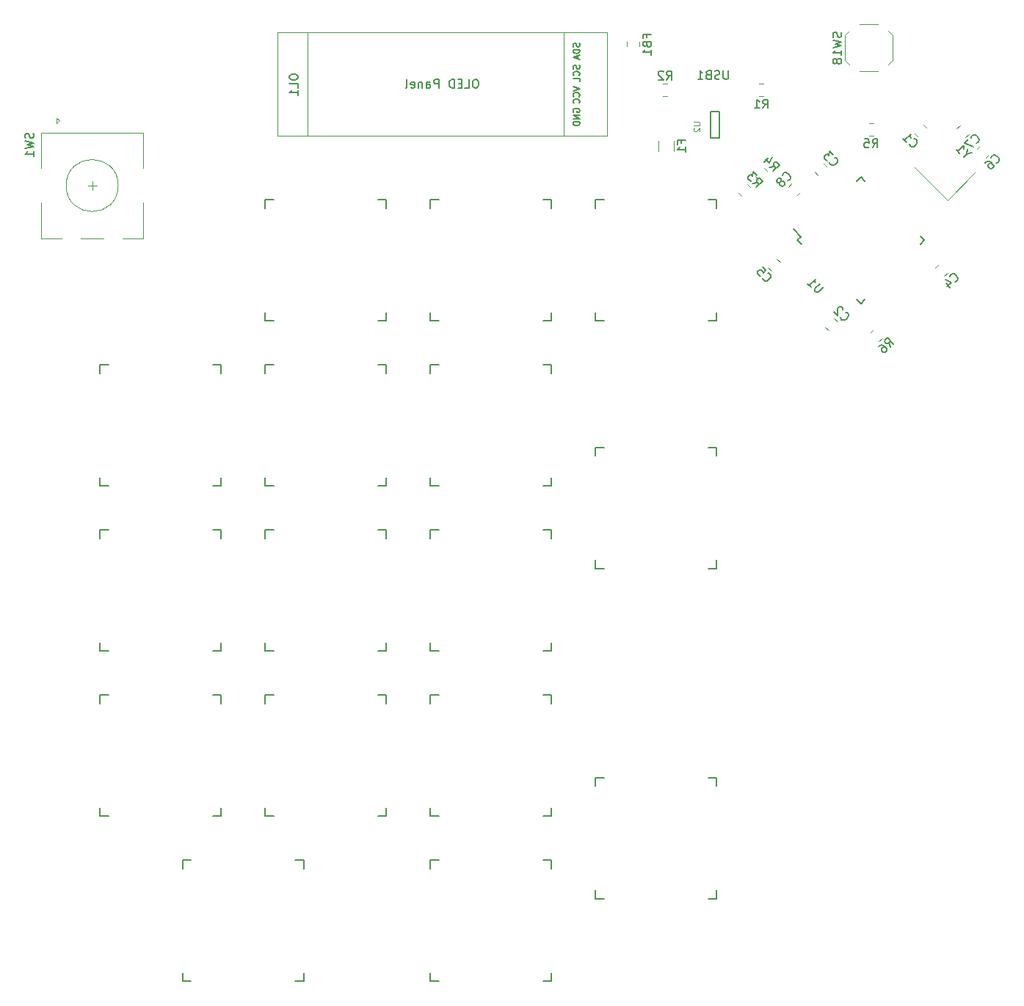
<source format=gbr>
G04 #@! TF.GenerationSoftware,KiCad,Pcbnew,(5.1.5)-3*
G04 #@! TF.CreationDate,2021-05-08T00:02:10-05:00*
G04 #@! TF.ProjectId,MacroPad,4d616372-6f50-4616-942e-6b696361645f,rev?*
G04 #@! TF.SameCoordinates,Original*
G04 #@! TF.FileFunction,Legend,Bot*
G04 #@! TF.FilePolarity,Positive*
%FSLAX46Y46*%
G04 Gerber Fmt 4.6, Leading zero omitted, Abs format (unit mm)*
G04 Created by KiCad (PCBNEW (5.1.5)-3) date 2021-05-08 00:02:10*
%MOMM*%
%LPD*%
G04 APERTURE LIST*
%ADD10C,0.120000*%
%ADD11C,0.150000*%
%ADD12C,0.040000*%
%ADD13C,0.100000*%
G04 APERTURE END LIST*
D10*
X116511000Y-52331252D02*
X116511000Y-51808748D01*
X117931000Y-52331252D02*
X117931000Y-51808748D01*
D11*
X112856250Y-136668750D02*
X112856250Y-137668750D01*
X113856250Y-150668750D02*
X112856250Y-150668750D01*
X112856250Y-136668750D02*
X113856250Y-136668750D01*
X112856250Y-149668750D02*
X112856250Y-150668750D01*
X126856250Y-150668750D02*
X126856250Y-149668750D01*
X125856250Y-136668750D02*
X126856250Y-136668750D01*
X126856250Y-150668750D02*
X125856250Y-150668750D01*
X126856250Y-137668750D02*
X126856250Y-136668750D01*
X112856250Y-98568750D02*
X112856250Y-99568750D01*
X113856250Y-112568750D02*
X112856250Y-112568750D01*
X112856250Y-98568750D02*
X113856250Y-98568750D01*
X112856250Y-111568750D02*
X112856250Y-112568750D01*
X126856250Y-112568750D02*
X126856250Y-111568750D01*
X125856250Y-98568750D02*
X126856250Y-98568750D01*
X126856250Y-112568750D02*
X125856250Y-112568750D01*
X126856250Y-99568750D02*
X126856250Y-98568750D01*
X112856250Y-69993750D02*
X112856250Y-70993750D01*
X113856250Y-83993750D02*
X112856250Y-83993750D01*
X112856250Y-69993750D02*
X113856250Y-69993750D01*
X112856250Y-82993750D02*
X112856250Y-83993750D01*
X126856250Y-83993750D02*
X126856250Y-82993750D01*
X125856250Y-69993750D02*
X126856250Y-69993750D01*
X126856250Y-83993750D02*
X125856250Y-83993750D01*
X126856250Y-70993750D02*
X126856250Y-69993750D01*
X93806250Y-146193750D02*
X93806250Y-147193750D01*
X94806250Y-160193750D02*
X93806250Y-160193750D01*
X93806250Y-146193750D02*
X94806250Y-146193750D01*
X93806250Y-159193750D02*
X93806250Y-160193750D01*
X107806250Y-160193750D02*
X107806250Y-159193750D01*
X106806250Y-146193750D02*
X107806250Y-146193750D01*
X107806250Y-160193750D02*
X106806250Y-160193750D01*
X107806250Y-147193750D02*
X107806250Y-146193750D01*
X93806250Y-127143750D02*
X93806250Y-128143750D01*
X94806250Y-141143750D02*
X93806250Y-141143750D01*
X93806250Y-127143750D02*
X94806250Y-127143750D01*
X93806250Y-140143750D02*
X93806250Y-141143750D01*
X107806250Y-141143750D02*
X107806250Y-140143750D01*
X106806250Y-127143750D02*
X107806250Y-127143750D01*
X107806250Y-141143750D02*
X106806250Y-141143750D01*
X107806250Y-128143750D02*
X107806250Y-127143750D01*
X93806250Y-108093750D02*
X93806250Y-109093750D01*
X94806250Y-122093750D02*
X93806250Y-122093750D01*
X93806250Y-108093750D02*
X94806250Y-108093750D01*
X93806250Y-121093750D02*
X93806250Y-122093750D01*
X107806250Y-122093750D02*
X107806250Y-121093750D01*
X106806250Y-108093750D02*
X107806250Y-108093750D01*
X107806250Y-122093750D02*
X106806250Y-122093750D01*
X107806250Y-109093750D02*
X107806250Y-108093750D01*
X93806250Y-89043750D02*
X93806250Y-90043750D01*
X94806250Y-103043750D02*
X93806250Y-103043750D01*
X93806250Y-89043750D02*
X94806250Y-89043750D01*
X93806250Y-102043750D02*
X93806250Y-103043750D01*
X107806250Y-103043750D02*
X107806250Y-102043750D01*
X106806250Y-89043750D02*
X107806250Y-89043750D01*
X107806250Y-103043750D02*
X106806250Y-103043750D01*
X107806250Y-90043750D02*
X107806250Y-89043750D01*
X93806250Y-69993750D02*
X93806250Y-70993750D01*
X94806250Y-83993750D02*
X93806250Y-83993750D01*
X93806250Y-69993750D02*
X94806250Y-69993750D01*
X93806250Y-82993750D02*
X93806250Y-83993750D01*
X107806250Y-83993750D02*
X107806250Y-82993750D01*
X106806250Y-69993750D02*
X107806250Y-69993750D01*
X107806250Y-83993750D02*
X106806250Y-83993750D01*
X107806250Y-70993750D02*
X107806250Y-69993750D01*
X74756250Y-127143750D02*
X74756250Y-128143750D01*
X75756250Y-141143750D02*
X74756250Y-141143750D01*
X74756250Y-127143750D02*
X75756250Y-127143750D01*
X74756250Y-140143750D02*
X74756250Y-141143750D01*
X88756250Y-141143750D02*
X88756250Y-140143750D01*
X87756250Y-127143750D02*
X88756250Y-127143750D01*
X88756250Y-141143750D02*
X87756250Y-141143750D01*
X88756250Y-128143750D02*
X88756250Y-127143750D01*
X74756250Y-108093750D02*
X74756250Y-109093750D01*
X75756250Y-122093750D02*
X74756250Y-122093750D01*
X74756250Y-108093750D02*
X75756250Y-108093750D01*
X74756250Y-121093750D02*
X74756250Y-122093750D01*
X88756250Y-122093750D02*
X88756250Y-121093750D01*
X87756250Y-108093750D02*
X88756250Y-108093750D01*
X88756250Y-122093750D02*
X87756250Y-122093750D01*
X88756250Y-109093750D02*
X88756250Y-108093750D01*
X74756250Y-89043750D02*
X74756250Y-90043750D01*
X75756250Y-103043750D02*
X74756250Y-103043750D01*
X74756250Y-89043750D02*
X75756250Y-89043750D01*
X74756250Y-102043750D02*
X74756250Y-103043750D01*
X88756250Y-103043750D02*
X88756250Y-102043750D01*
X87756250Y-89043750D02*
X88756250Y-89043750D01*
X88756250Y-103043750D02*
X87756250Y-103043750D01*
X88756250Y-90043750D02*
X88756250Y-89043750D01*
X74756250Y-69993750D02*
X74756250Y-70993750D01*
X75756250Y-83993750D02*
X74756250Y-83993750D01*
X74756250Y-69993750D02*
X75756250Y-69993750D01*
X74756250Y-82993750D02*
X74756250Y-83993750D01*
X88756250Y-83993750D02*
X88756250Y-82993750D01*
X87756250Y-69993750D02*
X88756250Y-69993750D01*
X88756250Y-83993750D02*
X87756250Y-83993750D01*
X88756250Y-70993750D02*
X88756250Y-69993750D01*
X65231250Y-146193750D02*
X65231250Y-147193750D01*
X66231250Y-160193750D02*
X65231250Y-160193750D01*
X65231250Y-146193750D02*
X66231250Y-146193750D01*
X65231250Y-159193750D02*
X65231250Y-160193750D01*
X79231250Y-160193750D02*
X79231250Y-159193750D01*
X78231250Y-146193750D02*
X79231250Y-146193750D01*
X79231250Y-160193750D02*
X78231250Y-160193750D01*
X79231250Y-147193750D02*
X79231250Y-146193750D01*
X55706250Y-127143750D02*
X55706250Y-128143750D01*
X56706250Y-141143750D02*
X55706250Y-141143750D01*
X55706250Y-127143750D02*
X56706250Y-127143750D01*
X55706250Y-140143750D02*
X55706250Y-141143750D01*
X69706250Y-141143750D02*
X69706250Y-140143750D01*
X68706250Y-127143750D02*
X69706250Y-127143750D01*
X69706250Y-141143750D02*
X68706250Y-141143750D01*
X69706250Y-128143750D02*
X69706250Y-127143750D01*
X55706250Y-108093750D02*
X55706250Y-109093750D01*
X56706250Y-122093750D02*
X55706250Y-122093750D01*
X55706250Y-108093750D02*
X56706250Y-108093750D01*
X55706250Y-121093750D02*
X55706250Y-122093750D01*
X69706250Y-122093750D02*
X69706250Y-121093750D01*
X68706250Y-108093750D02*
X69706250Y-108093750D01*
X69706250Y-122093750D02*
X68706250Y-122093750D01*
X69706250Y-109093750D02*
X69706250Y-108093750D01*
X55706250Y-89043750D02*
X55706250Y-90043750D01*
X56706250Y-103043750D02*
X55706250Y-103043750D01*
X55706250Y-89043750D02*
X56706250Y-89043750D01*
X55706250Y-102043750D02*
X55706250Y-103043750D01*
X69706250Y-103043750D02*
X69706250Y-102043750D01*
X68706250Y-89043750D02*
X69706250Y-89043750D01*
X69706250Y-103043750D02*
X68706250Y-103043750D01*
X69706250Y-90043750D02*
X69706250Y-89043750D01*
D10*
X153463981Y-70055663D02*
X149645604Y-66237286D01*
X156645962Y-66873682D02*
X153463981Y-70055663D01*
D11*
X126111000Y-59785250D02*
X126111000Y-62785250D01*
X127127000Y-59785250D02*
X127127000Y-62785250D01*
X126111000Y-62833250D02*
X127127000Y-62833250D01*
X126111000Y-59785250D02*
X127127000Y-59785250D01*
X136169928Y-74669250D02*
X136576514Y-74262664D01*
X143488483Y-81987805D02*
X143965780Y-81510508D01*
X150807038Y-74669250D02*
X150329741Y-75146547D01*
X143488483Y-67350695D02*
X143011186Y-67827992D01*
X136169928Y-74669250D02*
X136647225Y-75146547D01*
X143488483Y-67350695D02*
X143965780Y-67827992D01*
X150807038Y-74669250D02*
X150329741Y-74191953D01*
X143488483Y-81987805D02*
X143011186Y-81510508D01*
X136576514Y-74262664D02*
X135674953Y-73361102D01*
D10*
X147119000Y-53932750D02*
X146629000Y-54422750D01*
X147119000Y-51032750D02*
X147119000Y-53932750D01*
X147119000Y-51032750D02*
X146629000Y-50542750D01*
X141679000Y-51032750D02*
X141679000Y-53932750D01*
X141679000Y-51032750D02*
X142169000Y-50542750D01*
X145439000Y-55202750D02*
X143359000Y-55202750D01*
X141679000Y-53932750D02*
X142169000Y-54422750D01*
X145439000Y-49762750D02*
X143359000Y-49762750D01*
X57824000Y-68364750D02*
G75*
G03X57824000Y-68364750I-3000000J0D01*
G01*
X48924000Y-70364750D02*
X48924000Y-74464750D01*
X60724000Y-74464750D02*
X60724000Y-70364750D01*
X60724000Y-66364750D02*
X60724000Y-62264750D01*
X48924000Y-66364750D02*
X48924000Y-62264750D01*
X48924000Y-62264750D02*
X60724000Y-62264750D01*
X51024000Y-60864750D02*
X50724000Y-60564750D01*
X50724000Y-60564750D02*
X50724000Y-61164750D01*
X50724000Y-61164750D02*
X51024000Y-60864750D01*
X48924000Y-74464750D02*
X51324000Y-74464750D01*
X53524000Y-74464750D02*
X56124000Y-74464750D01*
X58324000Y-74464750D02*
X60724000Y-74464750D01*
X54324000Y-68364750D02*
X55324000Y-68364750D01*
X54824000Y-67864750D02*
X54824000Y-68864750D01*
X144564005Y-85349653D02*
X144933471Y-84980187D01*
X145568097Y-86353745D02*
X145937563Y-85984279D01*
X144391748Y-61170750D02*
X144914252Y-61170750D01*
X144391748Y-62590750D02*
X144914252Y-62590750D01*
X131672903Y-67684745D02*
X131303437Y-67315279D01*
X132676995Y-66680653D02*
X132307529Y-66311187D01*
X129730687Y-69552529D02*
X129361221Y-69183063D01*
X130734779Y-68548437D02*
X130365313Y-68178971D01*
X121165252Y-58050500D02*
X120642748Y-58050500D01*
X121165252Y-56630500D02*
X120642748Y-56630500D01*
X131755248Y-56630500D02*
X132277752Y-56630500D01*
X131755248Y-58050500D02*
X132277752Y-58050500D01*
D12*
X114200000Y-50642750D02*
X114200000Y-62642750D01*
X76200000Y-50642750D02*
X114200000Y-50642750D01*
X76200000Y-62642750D02*
X76200000Y-50642750D01*
X114200000Y-62642750D02*
X76200000Y-62642750D01*
X109200000Y-62642750D02*
X109200000Y-50642750D01*
X79700000Y-62642750D02*
X79700000Y-50642750D01*
D10*
X120121000Y-64387814D02*
X120121000Y-63183686D01*
X121941000Y-64387814D02*
X121941000Y-63183686D01*
X135482903Y-68141755D02*
X135113437Y-68511221D01*
X136486995Y-69145847D02*
X136117529Y-69515313D01*
X154540903Y-61806556D02*
X154910369Y-61437090D01*
X155544995Y-62810648D02*
X155914461Y-62441182D01*
X156869406Y-64147787D02*
X157238872Y-63778321D01*
X157873498Y-65151879D02*
X158242964Y-64782413D01*
X133794313Y-76814971D02*
X134163779Y-77184437D01*
X132790221Y-77819063D02*
X133159687Y-78188529D01*
X152094221Y-77819437D02*
X152463687Y-77449971D01*
X153098313Y-78823529D02*
X153467779Y-78454063D01*
X138530903Y-67176745D02*
X138161437Y-66807279D01*
X139534995Y-66172653D02*
X139165529Y-65803187D01*
X139763687Y-85046529D02*
X139394221Y-84677063D01*
X140767779Y-84042437D02*
X140398313Y-83672971D01*
X150685313Y-61320971D02*
X151054779Y-61690437D01*
X149681221Y-62325063D02*
X150050687Y-62694529D01*
D11*
X118799571Y-51236666D02*
X118799571Y-50903333D01*
X119323380Y-50903333D02*
X118323380Y-50903333D01*
X118323380Y-51379523D01*
X118799571Y-52093809D02*
X118847190Y-52236666D01*
X118894809Y-52284285D01*
X118990047Y-52331904D01*
X119132904Y-52331904D01*
X119228142Y-52284285D01*
X119275761Y-52236666D01*
X119323380Y-52141428D01*
X119323380Y-51760476D01*
X118323380Y-51760476D01*
X118323380Y-52093809D01*
X118371000Y-52189047D01*
X118418619Y-52236666D01*
X118513857Y-52284285D01*
X118609095Y-52284285D01*
X118704333Y-52236666D01*
X118751952Y-52189047D01*
X118799571Y-52093809D01*
X118799571Y-51760476D01*
X119323380Y-53284285D02*
X119323380Y-52712857D01*
X119323380Y-52998571D02*
X118323380Y-52998571D01*
X118466238Y-52903333D01*
X118561476Y-52808095D01*
X118609095Y-52712857D01*
X128198345Y-55086630D02*
X128198345Y-55896154D01*
X128150726Y-55991392D01*
X128103107Y-56039011D01*
X128007869Y-56086630D01*
X127817392Y-56086630D01*
X127722154Y-56039011D01*
X127674535Y-55991392D01*
X127626916Y-55896154D01*
X127626916Y-55086630D01*
X127198345Y-56039011D02*
X127055488Y-56086630D01*
X126817392Y-56086630D01*
X126722154Y-56039011D01*
X126674535Y-55991392D01*
X126626916Y-55896154D01*
X126626916Y-55800916D01*
X126674535Y-55705678D01*
X126722154Y-55658059D01*
X126817392Y-55610440D01*
X127007869Y-55562821D01*
X127103107Y-55515202D01*
X127150726Y-55467583D01*
X127198345Y-55372345D01*
X127198345Y-55277107D01*
X127150726Y-55181869D01*
X127103107Y-55134250D01*
X127007869Y-55086630D01*
X126769773Y-55086630D01*
X126626916Y-55134250D01*
X125865011Y-55562821D02*
X125722154Y-55610440D01*
X125674535Y-55658059D01*
X125626916Y-55753297D01*
X125626916Y-55896154D01*
X125674535Y-55991392D01*
X125722154Y-56039011D01*
X125817392Y-56086630D01*
X126198345Y-56086630D01*
X126198345Y-55086630D01*
X125865011Y-55086630D01*
X125769773Y-55134250D01*
X125722154Y-55181869D01*
X125674535Y-55277107D01*
X125674535Y-55372345D01*
X125722154Y-55467583D01*
X125769773Y-55515202D01*
X125865011Y-55562821D01*
X126198345Y-55562821D01*
X124674535Y-56086630D02*
X125245964Y-56086630D01*
X124960250Y-56086630D02*
X124960250Y-55086630D01*
X125055488Y-55229488D01*
X125150726Y-55324726D01*
X125245964Y-55372345D01*
X155656012Y-64718689D02*
X155319294Y-65055407D01*
X156262103Y-64584002D02*
X155656012Y-64718689D01*
X155790699Y-64112598D01*
X154477501Y-64213613D02*
X154881562Y-64617674D01*
X154679531Y-64415643D02*
X155386638Y-63708537D01*
X155352966Y-63876895D01*
X155352966Y-64011582D01*
X155386638Y-64112598D01*
D13*
X124203666Y-61029916D02*
X124770333Y-61029916D01*
X124837000Y-61063250D01*
X124870333Y-61096583D01*
X124903666Y-61163250D01*
X124903666Y-61296583D01*
X124870333Y-61363250D01*
X124837000Y-61396583D01*
X124770333Y-61429916D01*
X124203666Y-61429916D01*
X124270333Y-61729916D02*
X124237000Y-61763250D01*
X124203666Y-61829916D01*
X124203666Y-61996583D01*
X124237000Y-62063250D01*
X124270333Y-62096583D01*
X124337000Y-62129916D01*
X124403666Y-62129916D01*
X124503666Y-62096583D01*
X124903666Y-61696583D01*
X124903666Y-62129916D01*
D11*
X139146510Y-80088718D02*
X138574090Y-80661138D01*
X138473075Y-80694810D01*
X138405731Y-80694810D01*
X138304716Y-80661138D01*
X138170029Y-80526451D01*
X138136357Y-80425436D01*
X138136357Y-80358092D01*
X138170029Y-80257077D01*
X138742449Y-79684657D01*
X137328235Y-79684657D02*
X137732296Y-80088718D01*
X137530266Y-79886688D02*
X138237372Y-79179581D01*
X138203701Y-79347940D01*
X138203701Y-79482627D01*
X138237372Y-79583642D01*
X141203761Y-50673226D02*
X141251380Y-50816083D01*
X141251380Y-51054178D01*
X141203761Y-51149416D01*
X141156142Y-51197035D01*
X141060904Y-51244654D01*
X140965666Y-51244654D01*
X140870428Y-51197035D01*
X140822809Y-51149416D01*
X140775190Y-51054178D01*
X140727571Y-50863702D01*
X140679952Y-50768464D01*
X140632333Y-50720845D01*
X140537095Y-50673226D01*
X140441857Y-50673226D01*
X140346619Y-50720845D01*
X140299000Y-50768464D01*
X140251380Y-50863702D01*
X140251380Y-51101797D01*
X140299000Y-51244654D01*
X140251380Y-51577988D02*
X141251380Y-51816083D01*
X140537095Y-52006559D01*
X141251380Y-52197035D01*
X140251380Y-52435130D01*
X141251380Y-53339892D02*
X141251380Y-52768464D01*
X141251380Y-53054178D02*
X140251380Y-53054178D01*
X140394238Y-52958940D01*
X140489476Y-52863702D01*
X140537095Y-52768464D01*
X140679952Y-53911321D02*
X140632333Y-53816083D01*
X140584714Y-53768464D01*
X140489476Y-53720845D01*
X140441857Y-53720845D01*
X140346619Y-53768464D01*
X140299000Y-53816083D01*
X140251380Y-53911321D01*
X140251380Y-54101797D01*
X140299000Y-54197035D01*
X140346619Y-54244654D01*
X140441857Y-54292273D01*
X140489476Y-54292273D01*
X140584714Y-54244654D01*
X140632333Y-54197035D01*
X140679952Y-54101797D01*
X140679952Y-53911321D01*
X140727571Y-53816083D01*
X140775190Y-53768464D01*
X140870428Y-53720845D01*
X141060904Y-53720845D01*
X141156142Y-53768464D01*
X141203761Y-53816083D01*
X141251380Y-53911321D01*
X141251380Y-54101797D01*
X141203761Y-54197035D01*
X141156142Y-54244654D01*
X141060904Y-54292273D01*
X140870428Y-54292273D01*
X140775190Y-54244654D01*
X140727571Y-54197035D01*
X140679952Y-54101797D01*
X48028761Y-62331416D02*
X48076380Y-62474273D01*
X48076380Y-62712369D01*
X48028761Y-62807607D01*
X47981142Y-62855226D01*
X47885904Y-62902845D01*
X47790666Y-62902845D01*
X47695428Y-62855226D01*
X47647809Y-62807607D01*
X47600190Y-62712369D01*
X47552571Y-62521892D01*
X47504952Y-62426654D01*
X47457333Y-62379035D01*
X47362095Y-62331416D01*
X47266857Y-62331416D01*
X47171619Y-62379035D01*
X47124000Y-62426654D01*
X47076380Y-62521892D01*
X47076380Y-62759988D01*
X47124000Y-62902845D01*
X47076380Y-63236178D02*
X48076380Y-63474273D01*
X47362095Y-63664750D01*
X48076380Y-63855226D01*
X47076380Y-64093321D01*
X48076380Y-64998083D02*
X48076380Y-64426654D01*
X48076380Y-64712369D02*
X47076380Y-64712369D01*
X47219238Y-64617130D01*
X47314476Y-64521892D01*
X47362095Y-64426654D01*
X146855242Y-87035722D02*
X146754227Y-86463302D01*
X147259303Y-86631661D02*
X146552197Y-85924554D01*
X146282822Y-86193928D01*
X146249151Y-86294943D01*
X146249151Y-86362287D01*
X146282822Y-86463302D01*
X146383838Y-86564317D01*
X146484853Y-86597989D01*
X146552197Y-86597989D01*
X146653212Y-86564317D01*
X146922586Y-86294943D01*
X145542044Y-86934707D02*
X145676731Y-86800020D01*
X145777746Y-86766348D01*
X145845090Y-86766348D01*
X146013448Y-86800020D01*
X146181807Y-86901035D01*
X146451181Y-87170409D01*
X146484853Y-87271424D01*
X146484853Y-87338768D01*
X146451181Y-87439783D01*
X146316494Y-87574470D01*
X146215479Y-87608142D01*
X146148135Y-87608142D01*
X146047120Y-87574470D01*
X145878761Y-87406111D01*
X145845090Y-87305096D01*
X145845090Y-87237753D01*
X145878761Y-87136737D01*
X146013448Y-87002050D01*
X146114464Y-86968379D01*
X146181807Y-86968379D01*
X146282822Y-87002050D01*
X144819666Y-63983130D02*
X145153000Y-63506940D01*
X145391095Y-63983130D02*
X145391095Y-62983130D01*
X145010142Y-62983130D01*
X144914904Y-63030750D01*
X144867285Y-63078369D01*
X144819666Y-63173607D01*
X144819666Y-63316464D01*
X144867285Y-63411702D01*
X144914904Y-63459321D01*
X145010142Y-63506940D01*
X145391095Y-63506940D01*
X143914904Y-62983130D02*
X144391095Y-62983130D01*
X144438714Y-63459321D01*
X144391095Y-63411702D01*
X144295857Y-63364083D01*
X144057761Y-63364083D01*
X143962523Y-63411702D01*
X143914904Y-63459321D01*
X143867285Y-63554559D01*
X143867285Y-63792654D01*
X143914904Y-63887892D01*
X143962523Y-63935511D01*
X144057761Y-63983130D01*
X144295857Y-63983130D01*
X144391095Y-63935511D01*
X144438714Y-63887892D01*
X132954911Y-66268972D02*
X133527331Y-66167957D01*
X133358972Y-66673033D02*
X134066079Y-65965927D01*
X133796705Y-65696552D01*
X133695690Y-65662881D01*
X133628346Y-65662881D01*
X133527331Y-65696552D01*
X133426316Y-65797568D01*
X133392644Y-65898583D01*
X133392644Y-65965927D01*
X133426316Y-66066942D01*
X133695690Y-66336316D01*
X132820224Y-65191476D02*
X132348819Y-65662881D01*
X133257957Y-65090461D02*
X132921239Y-65763896D01*
X132483506Y-65326163D01*
X131012695Y-68136756D02*
X131585115Y-68035741D01*
X131416756Y-68540817D02*
X132123863Y-67833711D01*
X131854489Y-67564336D01*
X131753474Y-67530665D01*
X131686130Y-67530665D01*
X131585115Y-67564336D01*
X131484100Y-67665352D01*
X131450428Y-67766367D01*
X131450428Y-67833711D01*
X131484100Y-67934726D01*
X131753474Y-68204100D01*
X131484100Y-67193947D02*
X131046367Y-66756214D01*
X131012695Y-67261291D01*
X130911680Y-67160275D01*
X130810664Y-67126604D01*
X130743321Y-67126604D01*
X130642306Y-67160275D01*
X130473947Y-67328634D01*
X130440275Y-67429649D01*
X130440275Y-67496993D01*
X130473947Y-67598008D01*
X130675977Y-67800039D01*
X130776993Y-67833711D01*
X130844336Y-67833711D01*
X121070666Y-56142880D02*
X121404000Y-55666690D01*
X121642095Y-56142880D02*
X121642095Y-55142880D01*
X121261142Y-55142880D01*
X121165904Y-55190500D01*
X121118285Y-55238119D01*
X121070666Y-55333357D01*
X121070666Y-55476214D01*
X121118285Y-55571452D01*
X121165904Y-55619071D01*
X121261142Y-55666690D01*
X121642095Y-55666690D01*
X120689714Y-55238119D02*
X120642095Y-55190500D01*
X120546857Y-55142880D01*
X120308761Y-55142880D01*
X120213523Y-55190500D01*
X120165904Y-55238119D01*
X120118285Y-55333357D01*
X120118285Y-55428595D01*
X120165904Y-55571452D01*
X120737333Y-56142880D01*
X120118285Y-56142880D01*
X132183166Y-59442880D02*
X132516500Y-58966690D01*
X132754595Y-59442880D02*
X132754595Y-58442880D01*
X132373642Y-58442880D01*
X132278404Y-58490500D01*
X132230785Y-58538119D01*
X132183166Y-58633357D01*
X132183166Y-58776214D01*
X132230785Y-58871452D01*
X132278404Y-58919071D01*
X132373642Y-58966690D01*
X132754595Y-58966690D01*
X131230785Y-59442880D02*
X131802214Y-59442880D01*
X131516500Y-59442880D02*
X131516500Y-58442880D01*
X131611738Y-58585738D01*
X131706976Y-58680976D01*
X131802214Y-58728595D01*
X77552380Y-55756559D02*
X77552380Y-55947035D01*
X77600000Y-56042273D01*
X77695238Y-56137511D01*
X77885714Y-56185130D01*
X78219047Y-56185130D01*
X78409523Y-56137511D01*
X78504761Y-56042273D01*
X78552380Y-55947035D01*
X78552380Y-55756559D01*
X78504761Y-55661321D01*
X78409523Y-55566083D01*
X78219047Y-55518464D01*
X77885714Y-55518464D01*
X77695238Y-55566083D01*
X77600000Y-55661321D01*
X77552380Y-55756559D01*
X78552380Y-57089892D02*
X78552380Y-56613702D01*
X77552380Y-56613702D01*
X78552380Y-57947035D02*
X78552380Y-57375607D01*
X78552380Y-57661321D02*
X77552380Y-57661321D01*
X77695238Y-57566083D01*
X77790476Y-57470845D01*
X77838095Y-57375607D01*
X111003571Y-51922035D02*
X111039285Y-52029178D01*
X111039285Y-52207750D01*
X111003571Y-52279178D01*
X110967857Y-52314892D01*
X110896428Y-52350607D01*
X110825000Y-52350607D01*
X110753571Y-52314892D01*
X110717857Y-52279178D01*
X110682142Y-52207750D01*
X110646428Y-52064892D01*
X110610714Y-51993464D01*
X110575000Y-51957750D01*
X110503571Y-51922035D01*
X110432142Y-51922035D01*
X110360714Y-51957750D01*
X110325000Y-51993464D01*
X110289285Y-52064892D01*
X110289285Y-52243464D01*
X110325000Y-52350607D01*
X111039285Y-52672035D02*
X110289285Y-52672035D01*
X110289285Y-52850607D01*
X110325000Y-52957750D01*
X110396428Y-53029178D01*
X110467857Y-53064892D01*
X110610714Y-53100607D01*
X110717857Y-53100607D01*
X110860714Y-53064892D01*
X110932142Y-53029178D01*
X111003571Y-52957750D01*
X111039285Y-52850607D01*
X111039285Y-52672035D01*
X110825000Y-53386321D02*
X110825000Y-53743464D01*
X111039285Y-53314892D02*
X110289285Y-53564892D01*
X111039285Y-53814892D01*
X111003571Y-54479892D02*
X111039285Y-54587035D01*
X111039285Y-54765607D01*
X111003571Y-54837035D01*
X110967857Y-54872750D01*
X110896428Y-54908464D01*
X110825000Y-54908464D01*
X110753571Y-54872750D01*
X110717857Y-54837035D01*
X110682142Y-54765607D01*
X110646428Y-54622750D01*
X110610714Y-54551321D01*
X110575000Y-54515607D01*
X110503571Y-54479892D01*
X110432142Y-54479892D01*
X110360714Y-54515607D01*
X110325000Y-54551321D01*
X110289285Y-54622750D01*
X110289285Y-54801321D01*
X110325000Y-54908464D01*
X110967857Y-55658464D02*
X111003571Y-55622750D01*
X111039285Y-55515607D01*
X111039285Y-55444178D01*
X111003571Y-55337035D01*
X110932142Y-55265607D01*
X110860714Y-55229892D01*
X110717857Y-55194178D01*
X110610714Y-55194178D01*
X110467857Y-55229892D01*
X110396428Y-55265607D01*
X110325000Y-55337035D01*
X110289285Y-55444178D01*
X110289285Y-55515607D01*
X110325000Y-55622750D01*
X110360714Y-55658464D01*
X111039285Y-56337035D02*
X111039285Y-55979892D01*
X110289285Y-55979892D01*
X110289285Y-56912750D02*
X111039285Y-57162750D01*
X110289285Y-57412750D01*
X110967857Y-58091321D02*
X111003571Y-58055607D01*
X111039285Y-57948464D01*
X111039285Y-57877035D01*
X111003571Y-57769892D01*
X110932142Y-57698464D01*
X110860714Y-57662750D01*
X110717857Y-57627035D01*
X110610714Y-57627035D01*
X110467857Y-57662750D01*
X110396428Y-57698464D01*
X110325000Y-57769892D01*
X110289285Y-57877035D01*
X110289285Y-57948464D01*
X110325000Y-58055607D01*
X110360714Y-58091321D01*
X110967857Y-58841321D02*
X111003571Y-58805607D01*
X111039285Y-58698464D01*
X111039285Y-58627035D01*
X111003571Y-58519892D01*
X110932142Y-58448464D01*
X110860714Y-58412750D01*
X110717857Y-58377035D01*
X110610714Y-58377035D01*
X110467857Y-58412750D01*
X110396428Y-58448464D01*
X110325000Y-58519892D01*
X110289285Y-58627035D01*
X110289285Y-58698464D01*
X110325000Y-58805607D01*
X110360714Y-58841321D01*
X110325000Y-59881321D02*
X110289285Y-59809892D01*
X110289285Y-59702750D01*
X110325000Y-59595607D01*
X110396428Y-59524178D01*
X110467857Y-59488464D01*
X110610714Y-59452750D01*
X110717857Y-59452750D01*
X110860714Y-59488464D01*
X110932142Y-59524178D01*
X111003571Y-59595607D01*
X111039285Y-59702750D01*
X111039285Y-59774178D01*
X111003571Y-59881321D01*
X110967857Y-59917035D01*
X110717857Y-59917035D01*
X110717857Y-59774178D01*
X111039285Y-60238464D02*
X110289285Y-60238464D01*
X111039285Y-60667035D01*
X110289285Y-60667035D01*
X111039285Y-61024178D02*
X110289285Y-61024178D01*
X110289285Y-61202750D01*
X110325000Y-61309892D01*
X110396428Y-61381321D01*
X110467857Y-61417035D01*
X110610714Y-61452750D01*
X110717857Y-61452750D01*
X110860714Y-61417035D01*
X110932142Y-61381321D01*
X111003571Y-61309892D01*
X111039285Y-61202750D01*
X111039285Y-61024178D01*
X99128571Y-56095130D02*
X98938095Y-56095130D01*
X98842857Y-56142750D01*
X98747619Y-56237988D01*
X98700000Y-56428464D01*
X98700000Y-56761797D01*
X98747619Y-56952273D01*
X98842857Y-57047511D01*
X98938095Y-57095130D01*
X99128571Y-57095130D01*
X99223809Y-57047511D01*
X99319047Y-56952273D01*
X99366666Y-56761797D01*
X99366666Y-56428464D01*
X99319047Y-56237988D01*
X99223809Y-56142750D01*
X99128571Y-56095130D01*
X97795238Y-57095130D02*
X98271428Y-57095130D01*
X98271428Y-56095130D01*
X97461904Y-56571321D02*
X97128571Y-56571321D01*
X96985714Y-57095130D02*
X97461904Y-57095130D01*
X97461904Y-56095130D01*
X96985714Y-56095130D01*
X96557142Y-57095130D02*
X96557142Y-56095130D01*
X96319047Y-56095130D01*
X96176190Y-56142750D01*
X96080952Y-56237988D01*
X96033333Y-56333226D01*
X95985714Y-56523702D01*
X95985714Y-56666559D01*
X96033333Y-56857035D01*
X96080952Y-56952273D01*
X96176190Y-57047511D01*
X96319047Y-57095130D01*
X96557142Y-57095130D01*
X94795238Y-57095130D02*
X94795238Y-56095130D01*
X94414285Y-56095130D01*
X94319047Y-56142750D01*
X94271428Y-56190369D01*
X94223809Y-56285607D01*
X94223809Y-56428464D01*
X94271428Y-56523702D01*
X94319047Y-56571321D01*
X94414285Y-56618940D01*
X94795238Y-56618940D01*
X93366666Y-57095130D02*
X93366666Y-56571321D01*
X93414285Y-56476083D01*
X93509523Y-56428464D01*
X93700000Y-56428464D01*
X93795238Y-56476083D01*
X93366666Y-57047511D02*
X93461904Y-57095130D01*
X93700000Y-57095130D01*
X93795238Y-57047511D01*
X93842857Y-56952273D01*
X93842857Y-56857035D01*
X93795238Y-56761797D01*
X93700000Y-56714178D01*
X93461904Y-56714178D01*
X93366666Y-56666559D01*
X92890476Y-56428464D02*
X92890476Y-57095130D01*
X92890476Y-56523702D02*
X92842857Y-56476083D01*
X92747619Y-56428464D01*
X92604761Y-56428464D01*
X92509523Y-56476083D01*
X92461904Y-56571321D01*
X92461904Y-57095130D01*
X91604761Y-57047511D02*
X91700000Y-57095130D01*
X91890476Y-57095130D01*
X91985714Y-57047511D01*
X92033333Y-56952273D01*
X92033333Y-56571321D01*
X91985714Y-56476083D01*
X91890476Y-56428464D01*
X91700000Y-56428464D01*
X91604761Y-56476083D01*
X91557142Y-56571321D01*
X91557142Y-56666559D01*
X92033333Y-56761797D01*
X90985714Y-57095130D02*
X91080952Y-57047511D01*
X91128571Y-56952273D01*
X91128571Y-56095130D01*
X122779571Y-63452416D02*
X122779571Y-63119083D01*
X123303380Y-63119083D02*
X122303380Y-63119083D01*
X122303380Y-63595273D01*
X123303380Y-64500035D02*
X123303380Y-63928607D01*
X123303380Y-64214321D02*
X122303380Y-64214321D01*
X122446238Y-64119083D01*
X122541476Y-64023845D01*
X122589095Y-63928607D01*
X135003879Y-67796495D02*
X135071222Y-67796495D01*
X135205909Y-67729151D01*
X135273253Y-67661808D01*
X135340596Y-67527120D01*
X135340596Y-67392433D01*
X135306925Y-67291418D01*
X135205909Y-67123059D01*
X135104894Y-67022044D01*
X134936535Y-66921029D01*
X134835520Y-66887357D01*
X134700833Y-66887357D01*
X134566146Y-66954701D01*
X134498802Y-67022044D01*
X134431459Y-67156731D01*
X134431459Y-67224075D01*
X134263100Y-67863838D02*
X134296772Y-67762823D01*
X134296772Y-67695479D01*
X134263100Y-67594464D01*
X134229428Y-67560792D01*
X134128413Y-67527120D01*
X134061070Y-67527120D01*
X133960054Y-67560792D01*
X133825367Y-67695479D01*
X133791696Y-67796495D01*
X133791696Y-67863838D01*
X133825367Y-67964853D01*
X133859039Y-67998525D01*
X133960054Y-68032197D01*
X134027398Y-68032197D01*
X134128413Y-67998525D01*
X134263100Y-67863838D01*
X134364115Y-67830166D01*
X134431459Y-67830166D01*
X134532474Y-67863838D01*
X134667161Y-67998525D01*
X134700833Y-68099540D01*
X134700833Y-68166884D01*
X134667161Y-68267899D01*
X134532474Y-68402586D01*
X134431459Y-68436258D01*
X134364115Y-68436258D01*
X134263100Y-68402586D01*
X134128413Y-68267899D01*
X134094741Y-68166884D01*
X134094741Y-68099540D01*
X134128413Y-67998525D01*
X156764797Y-63425282D02*
X156832140Y-63425282D01*
X156966827Y-63357938D01*
X157034171Y-63290595D01*
X157101514Y-63155907D01*
X157101514Y-63021220D01*
X157067843Y-62920205D01*
X156966827Y-62751846D01*
X156865812Y-62650831D01*
X156697453Y-62549816D01*
X156596438Y-62516144D01*
X156461751Y-62516144D01*
X156327064Y-62583488D01*
X156259720Y-62650831D01*
X156192377Y-62785518D01*
X156192377Y-62852862D01*
X155889331Y-63021220D02*
X155417927Y-63492625D01*
X156428079Y-63896686D01*
X159093300Y-65766513D02*
X159160643Y-65766513D01*
X159295330Y-65699169D01*
X159362674Y-65631826D01*
X159430017Y-65497138D01*
X159430017Y-65362451D01*
X159396346Y-65261436D01*
X159295330Y-65093077D01*
X159194315Y-64992062D01*
X159025956Y-64891047D01*
X158924941Y-64857375D01*
X158790254Y-64857375D01*
X158655567Y-64924719D01*
X158588223Y-64992062D01*
X158520880Y-65126749D01*
X158520880Y-65194093D01*
X157847445Y-65732841D02*
X157982132Y-65598154D01*
X158083147Y-65564482D01*
X158150491Y-65564482D01*
X158318849Y-65598154D01*
X158487208Y-65699169D01*
X158756582Y-65968543D01*
X158790254Y-66069558D01*
X158790254Y-66136902D01*
X158756582Y-66237917D01*
X158621895Y-66372604D01*
X158520880Y-66406276D01*
X158453536Y-66406276D01*
X158352521Y-66372604D01*
X158184162Y-66204245D01*
X158150491Y-66103230D01*
X158150491Y-66035887D01*
X158184162Y-65934871D01*
X158318849Y-65800184D01*
X158419865Y-65766513D01*
X158487208Y-65766513D01*
X158588223Y-65800184D01*
X132175586Y-79038865D02*
X132175586Y-79106208D01*
X132242930Y-79240895D01*
X132310274Y-79308239D01*
X132444961Y-79375582D01*
X132579648Y-79375582D01*
X132680663Y-79341911D01*
X132849022Y-79240895D01*
X132950037Y-79139880D01*
X133051052Y-78971521D01*
X133084724Y-78870506D01*
X133084724Y-78735819D01*
X133017380Y-78601132D01*
X132950037Y-78533788D01*
X132815350Y-78466445D01*
X132748006Y-78466445D01*
X132175586Y-77759338D02*
X132512304Y-78096056D01*
X132209258Y-78466445D01*
X132209258Y-78399101D01*
X132175586Y-78298086D01*
X132007228Y-78129727D01*
X131906212Y-78096056D01*
X131838869Y-78096056D01*
X131737854Y-78129727D01*
X131569495Y-78298086D01*
X131535823Y-78399101D01*
X131535823Y-78466445D01*
X131569495Y-78567460D01*
X131737854Y-78735819D01*
X131838869Y-78769491D01*
X131906212Y-78769491D01*
X154318115Y-79438163D02*
X154385458Y-79438163D01*
X154520145Y-79370819D01*
X154587489Y-79303476D01*
X154654832Y-79168788D01*
X154654832Y-79034101D01*
X154621161Y-78933086D01*
X154520145Y-78764727D01*
X154419130Y-78663712D01*
X154250771Y-78562697D01*
X154149756Y-78529025D01*
X154015069Y-78529025D01*
X153880382Y-78596369D01*
X153813038Y-78663712D01*
X153745695Y-78798399D01*
X153745695Y-78865743D01*
X153307962Y-79640193D02*
X153779367Y-80111598D01*
X153206947Y-79202460D02*
X153880382Y-79539178D01*
X153442649Y-79976911D01*
X139880254Y-65693629D02*
X139880254Y-65760972D01*
X139947598Y-65895659D01*
X140014942Y-65963003D01*
X140149629Y-66030346D01*
X140284316Y-66030346D01*
X140385331Y-65996675D01*
X140553690Y-65895659D01*
X140654705Y-65794644D01*
X140755720Y-65626285D01*
X140789392Y-65525270D01*
X140789392Y-65390583D01*
X140722048Y-65255896D01*
X140654705Y-65188552D01*
X140520018Y-65121209D01*
X140452674Y-65121209D01*
X140284316Y-64818163D02*
X139846583Y-64380430D01*
X139812911Y-64885507D01*
X139711896Y-64784491D01*
X139610880Y-64750820D01*
X139543537Y-64750820D01*
X139442522Y-64784491D01*
X139274163Y-64952850D01*
X139240491Y-65053865D01*
X139240491Y-65121209D01*
X139274163Y-65222224D01*
X139476193Y-65424255D01*
X139577209Y-65457927D01*
X139644552Y-65457927D01*
X141113038Y-83563413D02*
X141113038Y-83630756D01*
X141180382Y-83765443D01*
X141247726Y-83832787D01*
X141382413Y-83900130D01*
X141517100Y-83900130D01*
X141618115Y-83866459D01*
X141786474Y-83765443D01*
X141887489Y-83664428D01*
X141988504Y-83496069D01*
X142022176Y-83395054D01*
X142022176Y-83260367D01*
X141954832Y-83125680D01*
X141887489Y-83058336D01*
X141752802Y-82990993D01*
X141685458Y-82990993D01*
X141416084Y-82721619D02*
X141416084Y-82654275D01*
X141382413Y-82553260D01*
X141214054Y-82384901D01*
X141113038Y-82351230D01*
X141045695Y-82351230D01*
X140944680Y-82384901D01*
X140877336Y-82452245D01*
X140809993Y-82586932D01*
X140809993Y-83395054D01*
X140372260Y-82957321D01*
X149066586Y-63544865D02*
X149066586Y-63612208D01*
X149133930Y-63746895D01*
X149201274Y-63814239D01*
X149335961Y-63881582D01*
X149470648Y-63881582D01*
X149571663Y-63847911D01*
X149740022Y-63746895D01*
X149841037Y-63645880D01*
X149942052Y-63477521D01*
X149975724Y-63376506D01*
X149975724Y-63241819D01*
X149908380Y-63107132D01*
X149841037Y-63039788D01*
X149706350Y-62972445D01*
X149639006Y-62972445D01*
X148325808Y-62938773D02*
X148729869Y-63342834D01*
X148527838Y-63140804D02*
X149234945Y-62433697D01*
X149201274Y-62602056D01*
X149201274Y-62736743D01*
X149234945Y-62837758D01*
M02*

</source>
